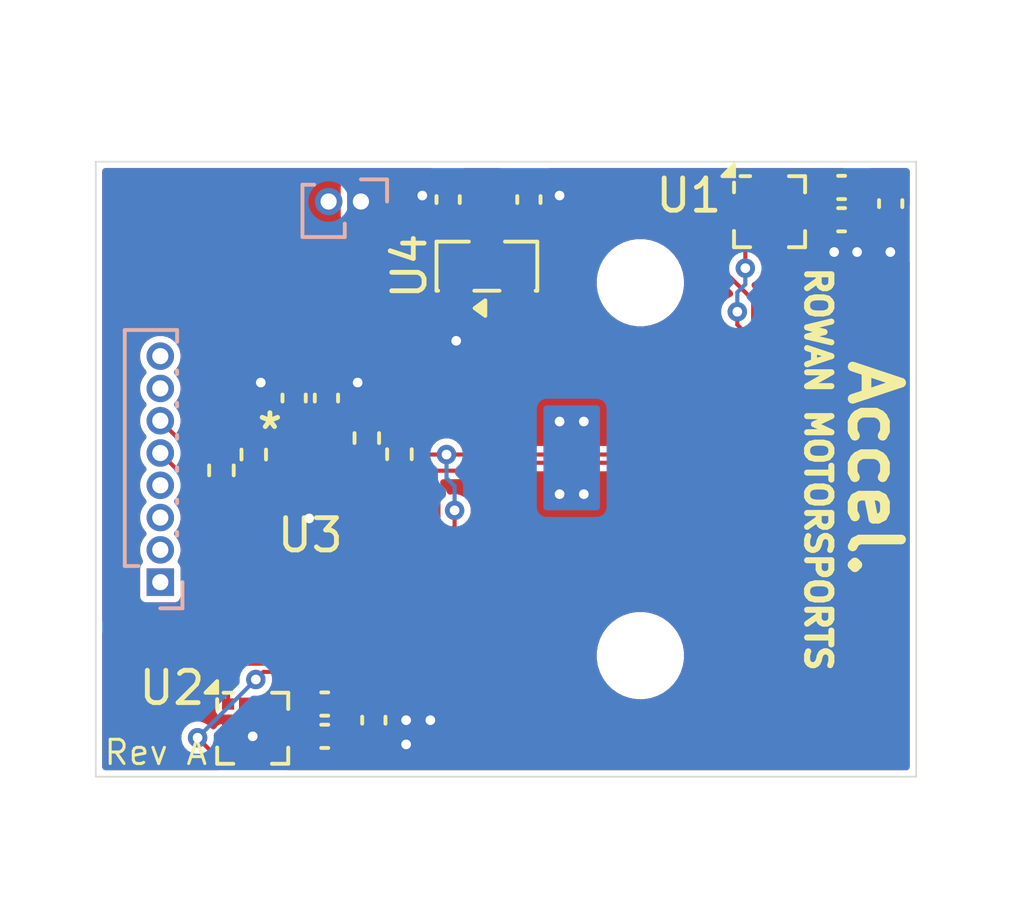
<source format=kicad_pcb>
(kicad_pcb (version 20241229) (generator "pcbnew") (generator_version "9.0")
  (layers (0 "F.Cu" signal) (2 "B.Cu" signal) (13 "F.Paste" user) (15 "B.Paste" user) (5 "F.SilkS" user "F.Silkscreen") (7 "B.SilkS" user "B.Silkscreen") (1 "F.Mask" user) (3 "B.Mask" user) (25 "Edge.Cuts" user))
  (net 0 "")
  (net 1 "+2V5")
  (net 2 "GND")
  (net 3 "+5V")
  (net 10 "/SDA_2V5")
  (net 11 "/SCL_2V5")
  (net 12 "/SDA_5V")
  (net 13 "/SCL_5V")
  (footprint "Capacitor_SMD:C_0402_1005Metric" (layer "F.Cu") (at 109.73 67.5)
    (property "Reference" "C3" (hide yes))
    (property "Value" "100n")
    (fp_line (start -0.107836 -0.36) (end 0.107836 -0.36) (stroke (width 0.12)) (layer "F.SilkS"))
    (fp_line (start -0.107836 0.36) (end 0.107836 0.36) (stroke (width 0.12)) (layer "F.SilkS"))
    (pad "1" smd roundrect (at -0.48 0) (size 0.56 0.62) (layers "F.Cu" "F.Mask" "F.Paste") (net 1 "+2V5"))
    (pad "2" smd roundrect (at 0.48 0) (size 0.56 0.62) (layers "F.Cu" "F.Mask" "F.Paste") (net 2 "GND"))
  )
  (footprint "Capacitor_SMD:C_0402_1005Metric" (layer "F.Cu") (at 95.25 84 -90)
    (property "Reference" "C5" (hide yes))
    (property "Value" "100n")
    (fp_line (start -0.107836 0.36) (end 0.107836 0.36) (stroke (width 0.12)) (layer "F.SilkS"))
    (fp_line (start -0.107836 -0.36) (end 0.107836 -0.36) (stroke (width 0.12)) (layer "F.SilkS"))
    (pad "1" smd roundrect (at -0.48 0 270) (size 0.56 0.62) (layers "F.Cu" "F.Mask" "F.Paste") (net 1 "+2V5"))
    (pad "2" smd roundrect (at 0.48 0 270) (size 0.56 0.62) (layers "F.Cu" "F.Mask" "F.Paste") (net 2 "GND"))
  )
  (footprint "Resistor_SMD:R_0402_1005Metric" (layer "F.Cu") (at 90.532201 76.262202 -90)
    (property "Reference" "R4" (hide yes))
    (property "Value" "4k7")
    (fp_line (start -0.153641 0.38) (end 0.153641 0.38) (stroke (width 0.12)) (layer "F.SilkS"))
    (fp_line (start -0.153641 -0.38) (end 0.153641 -0.38) (stroke (width 0.12)) (layer "F.SilkS"))
    (pad "1" smd roundrect (at -0.51 0 270) (size 0.54 0.64) (layers "F.Cu" "F.Mask" "F.Paste") (net 3 "+5V"))
    (pad "2" smd roundrect (at 0.51 0 270) (size 0.54 0.64) (layers "F.Cu" "F.Mask" "F.Paste") (net 13 "/SCL_5V"))
  )
  (footprint "MountingHole:MountingHole_2.2mm_M2" (layer "F.Cu") (at 103.5 70.45)
    (property "Reference" "REF**" (hide yes))
    (property "Value" "MountingHole_2.2mm_M2")
    (pad "" np_thru_hole circle (at 0 0) (size 2.2 2.2) (drill 2.2) (layers "*.Cu" "*.Mask"))
  )
  (footprint "Resistor_SMD:R_0402_1005Metric" (layer "F.Cu") (at 96.042201 75.762202 -90)
    (property "Reference" "R2" (hide yes))
    (property "Value" "4k7")
    (fp_line (start -0.153641 0.38) (end 0.153641 0.38) (stroke (width 0.12)) (layer "F.SilkS"))
    (fp_line (start -0.153641 -0.38) (end 0.153641 -0.38) (stroke (width 0.12)) (layer "F.SilkS"))
    (pad "1" smd roundrect (at -0.51 0 270) (size 0.54 0.64) (layers "F.Cu" "F.Mask" "F.Paste") (net 1 "+2V5"))
    (pad "2" smd roundrect (at 0.51 0 270) (size 0.54 0.64) (layers "F.Cu" "F.Mask" "F.Paste") (net 11 "/SCL_2V5"))
  )
  (footprint "Capacitor_SMD:C_0402_1005Metric" (layer "F.Cu") (at 100.05 67.875 90)
    (property "Reference" "C10" (hide yes))
    (property "Value" "1u")
    (fp_line (start -0.107836 -0.36) (end 0.107836 -0.36) (stroke (width 0.12)) (layer "F.SilkS"))
    (fp_line (start -0.107836 0.36) (end 0.107836 0.36) (stroke (width 0.12)) (layer "F.SilkS"))
    (pad "1" smd roundrect (at -0.48 0 90) (size 0.56 0.62) (layers "F.Cu" "F.Mask" "F.Paste") (net 1 "+2V5"))
    (pad "2" smd roundrect (at 0.48 0 90) (size 0.56 0.62) (layers "F.Cu" "F.Mask" "F.Paste") (net 2 "GND"))
  )
  (footprint "Capacitor_SMD:C_0402_1005Metric" (layer "F.Cu") (at 92.782201 74.022202 90)
    (property "Reference" "C7" (hide yes))
    (property "Value" "100n")
    (fp_line (start -0.107836 -0.36) (end 0.107836 -0.36) (stroke (width 0.12)) (layer "F.SilkS"))
    (fp_line (start -0.107836 0.36) (end 0.107836 0.36) (stroke (width 0.12)) (layer "F.SilkS"))
    (pad "1" smd roundrect (at -0.48 0 90) (size 0.56 0.62) (layers "F.Cu" "F.Mask" "F.Paste") (net 3 "+5V"))
    (pad "2" smd roundrect (at 0.48 0 90) (size 0.56 0.62) (layers "F.Cu" "F.Mask" "F.Paste") (net 2 "GND"))
  )
  (footprint "Resistor_SMD:R_0402_1005Metric" (layer "F.Cu") (at 95.032201 75.262202 -90)
    (property "Reference" "R1" (hide yes))
    (property "Value" "4k7")
    (fp_line (start -0.153641 0.38) (end 0.153641 0.38) (stroke (width 0.12)) (layer "F.SilkS"))
    (fp_line (start -0.153641 -0.38) (end 0.153641 -0.38) (stroke (width 0.12)) (layer "F.SilkS"))
    (pad "1" smd roundrect (at -0.51 0 270) (size 0.54 0.64) (layers "F.Cu" "F.Mask" "F.Paste") (net 1 "+2V5"))
    (pad "2" smd roundrect (at 0.51 0 270) (size 0.54 0.64) (layers "F.Cu" "F.Mask" "F.Paste") (net 10 "/SDA_2V5"))
  )
  (footprint "FXMA2102L8X:MICROPAK8_1P6X1P6_ONS" (layer "F.Cu") (at 93.25 76.272201)
    (property "Reference" "U3" (at 0.032201 2.000001 0) (layer "F.SilkS"))
    (property "Value" "FXMA2102L8X")
    (fp_text user "*" (at -1.217799 -1.249999 0) (layer "F.SilkS"))
    (pad "1" smd rect (at -0.532201 -0.499999 90) (size 0.254 0.3556) (layers "F.Cu" "F.Mask" "F.Paste") (net 3 "+5V"))
    (pad "2" smd rect (at -0.532201 0 90) (size 0.254 0.3556) (layers "F.Cu" "F.Mask" "F.Paste") (net 12 "/SDA_5V"))
    (pad "3" smd rect (at -0.532201 0.499999 90) (size 0.254 0.3556) (layers "F.Cu" "F.Mask" "F.Paste") (net 13 "/SCL_5V"))
    (pad "4" smd rect (at 0 0.522201) (size 0.254 0.3556) (layers "F.Cu" "F.Mask" "F.Paste") (net 2 "GND"))
    (pad "5" smd rect (at 0.532201 0.499999 90) (size 0.254 0.3556) (layers "F.Cu" "F.Mask" "F.Paste") (net 3 "+5V"))
    (pad "6" smd rect (at 0.532201 0 90) (size 0.254 0.3556) (layers "F.Cu" "F.Mask" "F.Paste") (net 11 "/SCL_2V5"))
    (pad "7" smd rect (at 0.532201 -0.499999 90) (size 0.254 0.3556) (layers "F.Cu" "F.Mask" "F.Paste") (net 10 "/SDA_2V5"))
    (pad "8" smd rect (at 0 -0.522201) (size 0.254 0.3556) (layers "F.Cu" "F.Mask" "F.Paste") (net 1 "+2V5"))
  )
  (footprint "Capacitor_SMD:C_0402_1005Metric" (layer "F.Cu") (at 111.25 68 -90)
    (property "Reference" "C1" (hide yes))
    (property "Value" "10u")
    (fp_line (start -0.107836 0.36) (end 0.107836 0.36) (stroke (width 0.12)) (layer "F.SilkS"))
    (fp_line (start -0.107836 -0.36) (end 0.107836 -0.36) (stroke (width 0.12)) (layer "F.SilkS"))
    (pad "1" smd roundrect (at -0.48 0 270) (size 0.56 0.62) (layers "F.Cu" "F.Mask" "F.Paste") (net 1 "+2V5"))
    (pad "2" smd roundrect (at 0.48 0 270) (size 0.56 0.62) (layers "F.Cu" "F.Mask" "F.Paste") (net 2 "GND"))
  )
  (footprint "" (layer "F.Cu") (at 103.5 70.45)
    (property "Reference" "" (at 0 0 0) (layer "F.SilkS") (effects (font (size 1.27 1.27))))
    (property "Value" "")
    (pad "" np_thru_hole circle (at 0 0) (size 2.2 2.2) (drill 2.2) (layers "*.Cu" "*.Mask"))
  )
  (footprint "Capacitor_SMD:C_0402_1005Metric" (layer "F.Cu") (at 93.73 83.5)
    (property "Reference" "C4" (hide yes))
    (property "Value" "10u")
    (fp_line (start -0.107836 -0.36) (end 0.107836 -0.36) (stroke (width 0.12)) (layer "F.SilkS"))
    (fp_line (start -0.107836 0.36) (end 0.107836 0.36) (stroke (width 0.12)) (layer "F.SilkS"))
    (pad "1" smd roundrect (at -0.48 0) (size 0.56 0.62) (layers "F.Cu" "F.Mask" "F.Paste") (net 1 "+2V5"))
    (pad "2" smd roundrect (at 0.48 0) (size 0.56 0.62) (layers "F.Cu" "F.Mask" "F.Paste") (net 2 "GND"))
  )
  (footprint "Capacitor_SMD:C_0402_1005Metric" (layer "F.Cu") (at 93.782201 74.022202 90)
    (property "Reference" "C8" (hide yes))
    (property "Value" "100n")
    (fp_line (start -0.107836 -0.36) (end 0.107836 -0.36) (stroke (width 0.12)) (layer "F.SilkS"))
    (fp_line (start -0.107836 0.36) (end 0.107836 0.36) (stroke (width 0.12)) (layer "F.SilkS"))
    (pad "1" smd roundrect (at -0.48 0 90) (size 0.56 0.62) (layers "F.Cu" "F.Mask" "F.Paste") (net 1 "+2V5"))
    (pad "2" smd roundrect (at 0.48 0 90) (size 0.56 0.62) (layers "F.Cu" "F.Mask" "F.Paste") (net 2 "GND"))
  )
  (footprint "Capacitor_SMD:C_0402_1005Metric" (layer "F.Cu") (at 109.73 68.5)
    (property "Reference" "C2" (hide yes))
    (property "Value" "100n")
    (fp_line (start -0.107836 -0.36) (end 0.107836 -0.36) (stroke (width 0.12)) (layer "F.SilkS"))
    (fp_line (start -0.107836 0.36) (end 0.107836 0.36) (stroke (width 0.12)) (layer "F.SilkS"))
    (pad "1" smd roundrect (at -0.48 0) (size 0.56 0.62) (layers "F.Cu" "F.Mask" "F.Paste") (net 1 "+2V5"))
    (pad "2" smd roundrect (at 0.48 0) (size 0.56 0.62) (layers "F.Cu" "F.Mask" "F.Paste") (net 2 "GND"))
  )
  (footprint "Resistor_SMD:R_0402_1005Metric" (layer "F.Cu") (at 91.532201 75.772202 -90)
    (property "Reference" "R3" (hide yes))
    (property "Value" "4k7")
    (fp_line (start -0.153641 0.38) (end 0.153641 0.38) (stroke (width 0.12)) (layer "F.SilkS"))
    (fp_line (start -0.153641 -0.38) (end 0.153641 -0.38) (stroke (width 0.12)) (layer "F.SilkS"))
    (pad "1" smd roundrect (at -0.51 0 270) (size 0.54 0.64) (layers "F.Cu" "F.Mask" "F.Paste") (net 3 "+5V"))
    (pad "2" smd roundrect (at 0.51 0 270) (size 0.54 0.64) (layers "F.Cu" "F.Mask" "F.Paste") (net 12 "/SDA_5V"))
  )
  (footprint "Package_LGA:LGA-12_2x2mm_P0.5mm" (layer "F.Cu") (at 107.5 68.25)
    (property "Reference" "U1" (at -2.5 -0.5 0) (layer "F.SilkS"))
    (property "Value" "LIS2HH12")
    (fp_line (start -1.1 -1.1) (end -1.1 -1.1) (stroke (width 0.12)) (layer "F.SilkS"))
    (fp_line (start -1.1 -0.6) (end -1.1 -0.9) (stroke (width 0.12)) (layer "F.SilkS"))
    (fp_line (start -1.1 0.6) (end -1.1 0.6) (stroke (width 0.12)) (layer "F.SilkS"))
    (fp_line (start -1.1 1.1) (end -1.1 0.6) (stroke (width 0.12)) (layer "F.SilkS"))
    (fp_line (start -0.6 -1.1) (end -0.9 -1.1) (stroke (width 0.12)) (layer "F.SilkS"))
    (fp_line (start -0.6 1.1) (end -1.1 1.1) (stroke (width 0.12)) (layer "F.SilkS"))
    (fp_line (start 0.6 -1.1) (end 1.1 -1.1) (stroke (width 0.12)) (layer "F.SilkS"))
    (fp_line (start 0.6 1.1) (end 0.6 1.1) (stroke (width 0.12)) (layer "F.SilkS"))
    (fp_line (start 1.1 -1.1) (end 1.1 -0.6) (stroke (width 0.12)) (layer "F.SilkS"))
    (fp_line (start 1.1 -0.6) (end 1.1 -0.6) (stroke (width 0.12)) (layer "F.SilkS"))
    (fp_line (start 1.1 0.6) (end 1.1 1.1) (stroke (width 0.12)) (layer "F.SilkS"))
    (fp_line (start 1.1 1.1) (end 0.6 1.1) (stroke (width 0.12)) (layer "F.SilkS"))
    (fp_poly (pts (xy -1.1 -1.1) (xy -1.46 -1.1) (xy -1.1 -1.46) (xy -1.1 -1.1)) (stroke (width 0.12)) (fill yes) (layer "F.SilkS"))
    (pad "1" smd rect (at -0.7625 -0.75) (size 0.375 0.35) (layers "F.Cu" "F.Mask" "F.Paste") (net 11 "/SCL_2V5"))
    (pad "2" smd rect (at -0.7625 -0.25) (size 0.375 0.35) (layers "F.Cu" "F.Mask" "F.Paste") (net 1 "+2V5"))
    (pad "3" smd rect (at -0.7625 0.25) (size 0.375 0.35) (layers "F.Cu" "F.Mask" "F.Paste") (net 1 "+2V5"))
    (pad "4" smd rect (at -0.7625 0.75) (size 0.375 0.35) (layers "F.Cu" "F.Mask" "F.Paste") (net 10 "/SDA_2V5"))
    (pad "5" smd rect (at -0.25 0.7625 90) (size 0.375 0.35) (layers "F.Cu" "F.Mask" "F.Paste") (net 2 "GND"))
    (pad "6" smd rect (at 0.25 0.7625 90) (size 0.375 0.35) (layers "F.Cu" "F.Mask" "F.Paste") (net 2 "GND"))
    (pad "7" smd rect (at 0.7625 0.75) (size 0.375 0.35) (layers "F.Cu" "F.Mask" "F.Paste") (net 2 "GND"))
    (pad "8" smd rect (at 0.7625 0.25) (size 0.375 0.35) (layers "F.Cu" "F.Mask" "F.Paste") (net 2 "GND"))
    (pad "9" smd rect (at 0.7625 -0.25) (size 0.375 0.35) (layers "F.Cu" "F.Mask" "F.Paste") (net 1 "+2V5"))
    (pad "10" smd rect (at 0.7625 -0.75) (size 0.375 0.35) (layers "F.Cu" "F.Mask" "F.Paste") (net 1 "+2V5"))
    (pad "11" smd rect (at 0.25 -0.7625 90) (size 0.375 0.35) (layers "F.Cu" "F.Mask" "F.Paste"))
    (pad "12" smd rect (at -0.25 -0.7625 90) (size 0.375 0.35) (layers "F.Cu" "F.Mask" "F.Paste"))
  )
  (footprint "MountingHole:MountingHole_2.2mm_M2" (layer "F.Cu") (at 103.5 82)
    (property "Reference" "REF**" (hide yes))
    (property "Value" "MountingHole_2.2mm_M2")
    (pad "" np_thru_hole circle (at 0 0) (size 2.2 2.2) (drill 2.2) (layers "*.Cu" "*.Mask"))
  )
  (footprint "Package_TO_SOT_SMD:SOT-23" (layer "F.Cu") (at 98.75 69.9375 90)
    (property "Reference" "U4" (at 0 -2.4 90) (layer "F.SilkS"))
    (property "Value" "MCP1700T-2502E/TT")
    (fp_line (start 0.76 -1.56) (end 0.76 -0.56) (stroke (width 0.12)) (layer "F.SilkS"))
    (fp_line (start -0.76 -1.56) (end 0.76 -1.56) (stroke (width 0.12)) (layer "F.SilkS"))
    (fp_line (start -0.76 -1.51) (end -0.76 -1.56) (stroke (width 0.12)) (layer "F.SilkS"))
    (fp_line (start -0.76 0.39) (end -0.76 -0.39) (stroke (width 0.12)) (layer "F.SilkS"))
    (fp_line (start 0.76 0.56) (end 0.76 1.56) (stroke (width 0.12)) (layer "F.SilkS"))
    (fp_line (start 0.76 1.56) (end -0.76 1.56) (stroke (width 0.12)) (layer "F.SilkS"))
    (fp_line (start -0.76 1.56) (end -0.76 1.51) (stroke (width 0.12)) (layer "F.SilkS"))
    (fp_poly (pts (xy -1.3 -0.38) (xy -1.06 -0.05) (xy -1.54 -0.05)) (stroke (width 0.12)) (fill yes) (layer "F.SilkS"))
    (pad "1" smd roundrect (at -0.9375 -0.95 90) (size 1.475 0.6) (layers "F.Cu" "F.Mask" "F.Paste") (net 2 "GND"))
    (pad "2" smd roundrect (at -0.9375 0.95 90) (size 1.475 0.6) (layers "F.Cu" "F.Mask" "F.Paste") (net 1 "+2V5"))
    (pad "3" smd roundrect (at 0.9375 0 90) (size 1.475 0.6) (layers "F.Cu" "F.Mask" "F.Paste") (net 3 "+5V"))
  )
  (footprint "Package_LGA:LGA-12_2x2mm_P0.5mm" (layer "F.Cu") (at 91.5 84.25)
    (property "Reference" "U2" (at -2.5 -1.25 0) (layer "F.SilkS"))
    (property "Value" "LIS2HH12")
    (fp_line (start -1.1 -1.1) (end -1.1 -1.1) (stroke (width 0.12)) (layer "F.SilkS"))
    (fp_line (start -1.1 -0.6) (end -1.1 -0.9) (stroke (width 0.12)) (layer "F.SilkS"))
    (fp_line (start -1.1 0.6) (end -1.1 0.6) (stroke (width 0.12)) (layer "F.SilkS"))
    (fp_line (start -1.1 1.1) (end -1.1 0.6) (stroke (width 0.12)) (layer "F.SilkS"))
    (fp_line (start -0.6 -1.1) (end -0.9 -1.1) (stroke (width 0.12)) (layer "F.SilkS"))
    (fp_line (start -0.6 1.1) (end -1.1 1.1) (stroke (width 0.12)) (layer "F.SilkS"))
    (fp_line (start 0.6 -1.1) (end 1.1 -1.1) (stroke (width 0.12)) (layer "F.SilkS"))
    (fp_line (start 0.6 1.1) (end 0.6 1.1) (stroke (width 0.12)) (layer "F.SilkS"))
    (fp_line (start 1.1 -1.1) (end 1.1 -0.6) (stroke (width 0.12)) (layer "F.SilkS"))
    (fp_line (start 1.1 -0.6) (end 1.1 -0.6) (stroke (width 0.12)) (layer "F.SilkS"))
    (fp_line (start 1.1 0.6) (end 1.1 1.1) (stroke (width 0.12)) (layer "F.SilkS"))
    (fp_line (start 1.1 1.1) (end 0.6 1.1) (stroke (width 0.12)) (layer "F.SilkS"))
    (fp_poly (pts (xy -1.1 -1.1) (xy -1.46 -1.1) (xy -1.1 -1.46) (xy -1.1 -1.1)) (stroke (width 0.12)) (fill yes) (layer "F.SilkS"))
    (pad "1" smd rect (at -0.7625 -0.75) (size 0.375 0.35) (layers "F.Cu" "F.Mask" "F.Paste") (net 11 "/SCL_2V5"))
    (pad "2" smd rect (at -0.7625 -0.25) (size 0.375 0.35) (layers "F.Cu" "F.Mask" "F.Paste") (net 1 "+2V5"))
    (pad "3" smd rect (at -0.7625 0.25) (size 0.375 0.35) (layers "F.Cu" "F.Mask" "F.Paste") (net 2 "GND"))
    (pad "4" smd rect (at -0.7625 0.75) (size 0.375 0.35) (layers "F.Cu" "F.Mask" "F.Paste") (net 10 "/SDA_2V5"))
    (pad "5" smd rect (at -0.25 0.7625 90) (size 0.375 0.35) (layers "F.Cu" "F.Mask" "F.Paste") (net 2 "GND"))
    (pad "6" smd rect (at 0.25 0.7625 90) (size 0.375 0.35) (layers "F.Cu" "F.Mask" "F.Paste") (net 2 "GND"))
    (pad "7" smd rect (at 0.7625 0.75) (size 0.375 0.35) (layers "F.Cu" "F.Mask" "F.Paste") (net 2 "GND"))
    (pad "8" smd rect (at 0.7625 0.25) (size 0.375 0.35) (layers "F.Cu" "F.Mask" "F.Paste") (net 2 "GND"))
    (pad "9" smd rect (at 0.7625 -0.25) (size 0.375 0.35) (layers "F.Cu" "F.Mask" "F.Paste") (net 1 "+2V5"))
    (pad "10" smd rect (at 0.7625 -0.75) (size 0.375 0.35) (layers "F.Cu" "F.Mask" "F.Paste") (net 1 "+2V5"))
    (pad "11" smd rect (at 0.25 -0.7625 90) (size 0.375 0.35) (layers "F.Cu" "F.Mask" "F.Paste"))
    (pad "12" smd rect (at -0.25 -0.7625 90) (size 0.375 0.35) (layers "F.Cu" "F.Mask" "F.Paste"))
  )
  (footprint "Capacitor_SMD:C_0402_1005Metric" (layer "F.Cu") (at 93.73 84.5)
    (property "Reference" "C6" (hide yes))
    (property "Value" "100n")
    (fp_line (start -0.107836 -0.36) (end 0.107836 -0.36) (stroke (width 0.12)) (layer "F.SilkS"))
    (fp_line (start -0.107836 0.36) (end 0.107836 0.36) (stroke (width 0.12)) (layer "F.SilkS"))
    (pad "1" smd roundrect (at -0.48 0) (size 0.56 0.62) (layers "F.Cu" "F.Mask" "F.Paste") (net 1 "+2V5"))
    (pad "2" smd roundrect (at 0.48 0) (size 0.56 0.62) (layers "F.Cu" "F.Mask" "F.Paste") (net 2 "GND"))
  )
  (footprint "Capacitor_SMD:C_0402_1005Metric" (layer "F.Cu") (at 97.55 67.875 90)
    (property "Reference" "C9" (hide yes))
    (property "Value" "1u")
    (fp_line (start -0.107836 -0.36) (end 0.107836 -0.36) (stroke (width 0.12)) (layer "F.SilkS"))
    (fp_line (start -0.107836 0.36) (end 0.107836 0.36) (stroke (width 0.12)) (layer "F.SilkS"))
    (pad "1" smd roundrect (at -0.48 0 90) (size 0.56 0.62) (layers "F.Cu" "F.Mask" "F.Paste") (net 3 "+5V"))
    (pad "2" smd roundrect (at 0.48 0 90) (size 0.56 0.62) (layers "F.Cu" "F.Mask" "F.Paste") (net 2 "GND"))
  )
  (footprint "Connector_PinSocket_1.00mm:PinSocket_1x02_P1.00mm_Vertical" (layer "B.Cu") (at 94.85 67.935 90)
    (property "Reference" "J2" (hide yes))
    (property "Value" "Conn_01x02")
    (fp_line (start -1.1 -1.81) (end 0.52 -1.81) (stroke (width 0.12)) (layer "B.SilkS"))
    (fp_line (start 0.52 -1.445898) (end 0.52 -1.81) (stroke (width 0.12)) (layer "B.SilkS"))
    (fp_line (start -1.1 -0.5) (end -1.1 -1.81) (stroke (width 0.12)) (layer "B.SilkS"))
    (fp_line (start -1.1 -0.5) (end -0.685 -0.5) (stroke (width 0.12)) (layer "B.SilkS"))
    (fp_line (start 0.685 0.81) (end 0.685 0) (stroke (width 0.12)) (layer "B.SilkS"))
    (fp_line (start 0 0.81) (end 0.685 0.81) (stroke (width 0.12)) (layer "B.SilkS"))
    (pad "1" thru_hole rect (at 0 0 90) (size 0.85 0.85) (drill 0.5) (layers "*.Cu" "*.Mask") (net 2 "GND"))
    (pad "2" thru_hole circle (at 0 -1 90) (size 0.85 0.85) (drill 0.5) (layers "*.Cu" "*.Mask") (net 3 "+5V"))
  )
  (footprint "Connector_PinSocket_1.00mm:PinSocket_1x08_P1.00mm_Vertical" (layer "B.Cu") (at 88.64 79.725)
    (property "Reference" "J1" (hide yes))
    (property "Value" "Conn_01x08")
    (fp_line (start -1.1 -7.81) (end 0.52 -7.81) (stroke (width 0.12)) (layer "B.SilkS"))
    (fp_line (start -1.1 -0.5) (end -1.1 -7.81) (stroke (width 0.12)) (layer "B.SilkS"))
    (fp_line (start -1.1 -0.5) (end -0.685 -0.5) (stroke (width 0.12)) (layer "B.SilkS"))
    (fp_line (start 0 0.81) (end 0.685 0.81) (stroke (width 0.12)) (layer "B.SilkS"))
    (fp_line (start 0.52 -7.445898) (end 0.52 -7.81) (stroke (width 0.12)) (layer "B.SilkS"))
    (fp_line (start 0.52 -6.445898) (end 0.52 -6.554102) (stroke (width 0.12)) (layer "B.SilkS"))
    (fp_line (start 0.52 -5.445898) (end 0.52 -5.554102) (stroke (width 0.12)) (layer "B.SilkS"))
    (fp_line (start 0.52 -4.445898) (end 0.52 -4.554102) (stroke (width 0.12)) (layer "B.SilkS"))
    (fp_line (start 0.52 -3.445898) (end 0.52 -3.554102) (stroke (width 0.12)) (layer "B.SilkS"))
    (fp_line (start 0.52 -2.445898) (end 0.52 -2.554102) (stroke (width 0.12)) (layer "B.SilkS"))
    (fp_line (start 0.52 -1.445898) (end 0.52 -1.554102) (stroke (width 0.12)) (layer "B.SilkS"))
    (fp_line (start 0.685 0.81) (end 0.685 0) (stroke (width 0.12)) (layer "B.SilkS"))
    (pad "1" thru_hole rect (at 0 0) (size 0.85 0.85) (drill 0.5) (layers "*.Cu" "*.Mask"))
    (pad "2" thru_hole circle (at 0 -1) (size 0.85 0.85) (drill 0.5) (layers "*.Cu" "*.Mask"))
    (pad "3" thru_hole circle (at 0 -2) (size 0.85 0.85) (drill 0.5) (layers "*.Cu" "*.Mask"))
    (pad "4" thru_hole circle (at 0 -3) (size 0.85 0.85) (drill 0.5) (layers "*.Cu" "*.Mask"))
    (pad "5" thru_hole circle (at 0 -4) (size 0.85 0.85) (drill 0.5) (layers "*.Cu" "*.Mask") (net 13 "/SCL_5V"))
    (pad "6" thru_hole circle (at 0 -5) (size 0.85 0.85) (drill 0.5) (layers "*.Cu" "*.Mask") (net 12 "/SDA_5V"))
    (pad "7" thru_hole circle (at 0 -6) (size 0.85 0.85) (drill 0.5) (layers "*.Cu" "*.Mask"))
    (pad "8" thru_hole circle (at 0 -7) (size 0.85 0.85) (drill 0.5) (layers "*.Cu" "*.Mask"))
  )
  (gr_rect (start 86.64 66.7) (end 112.04 85.75) (stroke (width 0.05)) (fill no) (layer "Edge.Cuts"))
  (gr_text "Rev A" (at 88.5 85 0) (layer "F.SilkS") (effects (font (size 0.75 0.75) (thickness 0.09375))))
  (gr_text "Accel." (at 110.75 76.225 270) (layer "F.SilkS") (effects (font (size 1.5 1.5) (thickness 0.3) (bold yes))))
  (gr_text "ROWAN MOTORSPORTS" (at 109 76.225 270) (layer "F.SilkS") (effects (font (size 0.75 0.75) (thickness 0.1875) (bold yes))))
  (segment (start 92.2625 84) (end 90.7375 84) (width 0.127) (layer "F.Cu") (net 1))
  (via (at 101 74.75) (size 0.6) (drill 0.3) (layers "F.Cu" "B.Cu") (net 1))
  (via (at 101.75 74.75) (size 0.6) (drill 0.3) (layers "F.Cu" "B.Cu") (net 1))
  (via (at 101.75 77) (size 0.6) (drill 0.3) (layers "F.Cu" "B.Cu") (net 1))
  (via (at 101 77) (size 0.6) (drill 0.3) (layers "F.Cu" "B.Cu") (net 1))
  (segment (start 111.24 68.49) (end 111.25 68.48) (width 0.127) (layer "F.Cu") (net 2))
  (segment (start 111.24 69.5) (end 111.24 68.49) (width 0.2) (layer "F.Cu") (net 2))
  (segment (start 95.73 84) (end 95.25 84.48) (width 0.2) (layer "F.Cu") (net 2))
  (segment (start 93.25 77.75) (end 93.25 76.794402) (width 0.2) (layer "F.Cu") (net 2))
  (segment (start 91.5 84.7625) (end 91.75 85.0125) (width 0.2) (layer "F.Cu") (net 2))
  (segment (start 95.25 84.48) (end 94.23 84.48) (width 0.2) (layer "F.Cu") (net 2))
  (segment (start 97.8 72.25) (end 97.8 70.875) (width 0.2) (layer "F.Cu") (net 2))
  (segment (start 96.25 84) (end 95.73 84) (width 0.2) (layer "F.Cu") (net 2))
  (segment (start 97.105 67.395) (end 96.75 67.75) (width 0.2) (layer "F.Cu") (net 2))
  (segment (start 91.75 73.542202) (end 92.782201 73.542202) (width 0.2) (layer "F.Cu") (net 2))
  (segment (start 96.25 84) (end 97 84) (width 0.2) (layer "F.Cu") (net 2))
  (segment (start 94.75 73.542202) (end 93.782201 73.542202) (width 0.2) (layer "F.Cu") (net 2))
  (segment (start 100.05 67.395) (end 100.645 67.395) (width 0.2) (layer "F.Cu") (net 2))
  (segment (start 94.23 84.48) (end 94.21 84.5) (width 0.2) (layer "F.Cu") (net 2))
  (segment (start 92.2625 85) (end 92.2625 84.5) (width 0.2) (layer "F.Cu") (net 2))
  (segment (start 97.55 67.395) (end 97.105 67.395) (width 0.2) (layer "F.Cu") (net 2))
  (segment (start 96.25 84) (end 96.25 84.75) (width 0.2) (layer "F.Cu") (net 2))
  (segment (start 91.5 84.5) (end 91.5 84.7625) (width 0.2) (layer "F.Cu") (net 2))
  (segment (start 110.21 68.5) (end 110.21 67.5) (width 0.2) (layer "F.Cu") (net 2))
  (segment (start 94.21 84.5) (end 94.21 83.5) (width 0.2) (layer "F.Cu") (net 2))
  (segment (start 92.2625 84.5) (end 91.5 84.5) (width 0.2) (layer "F.Cu") (net 2))
  (segment (start 100.645 67.395) (end 101 67.75) (width 0.2) (layer "F.Cu") (net 2))
  (segment (start 110.21 69.5) (end 110.21 68.5) (width 0.2) (layer "F.Cu") (net 2))
  (segment (start 91.5 84.7625) (end 91.25 85.0125) (width 0.2) (layer "F.Cu") (net 2))
  (segment (start 110.21 69.5) (end 109.5 69.5) (width 0.2) (layer "F.Cu") (net 2))
  (segment (start 91.5 84.5) (end 90.7375 84.5) (width 0.2) (layer "F.Cu") (net 2))
  (via (at 94.75 73.542202) (size 0.6) (drill 0.3) (layers "F.Cu" "B.Cu") (net 2))
  (via (at 101 67.75) (size 0.6) (drill 0.3) (layers "F.Cu" "B.Cu") (net 2))
  (via (at 97 84) (size 0.6) (drill 0.3) (layers "F.Cu" "B.Cu") (net 2))
  (via (at 97.8 72.25) (size 0.6) (drill 0.3) (layers "F.Cu" "B.Cu") (net 2))
  (via (at 96.75 67.75) (size 0.6) (drill 0.3) (layers "F.Cu" "B.Cu") (net 2))
  (via (at 96.25 84.75) (size 0.6) (drill 0.3) (layers "F.Cu" "B.Cu") (net 2))
  (via (at 91.5 84.5) (size 0.6) (drill 0.3) (layers "F.Cu" "B.Cu") (net 2))
  (via (at 109.5 69.5) (size 0.6) (drill 0.3) (layers "F.Cu" "B.Cu") (net 2))
  (via (at 93.25 77.75) (size 0.6) (drill 0.3) (layers "F.Cu" "B.Cu") (net 2))
  (via (at 110.21 69.5) (size 0.6) (drill 0.3) (layers "F.Cu" "B.Cu") (net 2))
  (via (at 91.75 73.542202) (size 0.6) (drill 0.3) (layers "F.Cu" "B.Cu") (net 2))
  (via (at 96.25 84) (size 0.6) (drill 0.3) (layers "F.Cu" "B.Cu") (net 2))
  (via (at 111.24 69.5) (size 0.6) (drill 0.3) (layers "F.Cu" "B.Cu") (net 2))
  (segment (start 93.195086 78.5) (end 92.5 78.5) (width 0.127) (layer "F.Cu") (net 3))
  (segment (start 93.782201 76.7722) (end 93.782201 77.912885) (width 0.127) (layer "F.Cu") (net 3))
  (segment (start 93.782201 77.912885) (end 93.195086 78.5) (width 0.127) (layer "F.Cu") (net 3))
  (segment (start 90.25 85) (end 89.793668 84.543668) (width 0.127) (layer "F.Cu") (net 10))
  (segment (start 97.505 78.245) (end 97.505 78.5) (width 0.127) (layer "F.Cu") (net 10))
  (segment (start 90.7375 85) (end 90.25 85) (width 0.127) (layer "F.Cu") (net 10))
  (segment (start 106.7375 75.2625) (end 106.227798 75.772202) (width 0.127) (layer "F.Cu") (net 10))
  (segment (start 106.502 71.349581) (end 106.502 71.752) (width 0.127) (layer "F.Cu") (net 10))
  (segment (start 91.832336 82.505) (end 91.596836 82.7405) (width 0.127) (layer "F.Cu") (net 10))
  (segment (start 97.75 78) (end 97.505 78.245) (width 0.127) (layer "F.Cu") (net 10))
  (segment (start 97.504999 81.855625) (end 96.855624 82.505) (width 0.127) (layer "F.Cu") (net 10))
  (segment (start 97.505 78.5) (end 97.504999 78.500001) (width 0.127) (layer "F.Cu") (net 10))
  (segment (start 106.75 70) (end 106.75 69.0125) (width 0.127) (layer "F.Cu") (net 10))
  (segment (start 96.882826 75.772202) (end 96.75 75.772202) (width 0.127) (layer "F.Cu") (net 10))
  (segment (start 97.75 77.5) (end 97.75 78) (width 0.127) (layer "F.Cu") (net 10))
  (segment (start 97.504999 78.500001) (end 97.504999 81.855625) (width 0.127) (layer "F.Cu") (net 10))
  (segment (start 106.502 71.752) (end 106.7375 71.9875) (width 0.127) (layer "F.Cu") (net 10))
  (segment (start 106.7375 71.9875) (end 106.7375 75.2625) (width 0.127) (layer "F.Cu") (net 10))
  (segment (start 95.032201 75.772202) (end 96.75 75.772202) (width 0.127) (layer "F.Cu") (net 10))
  (segment (start 96.75 75.772202) (end 97.5 75.772202) (width 0.127) (layer "F.Cu") (net 10))
  (segment (start 106.75 69.0125) (end 106.7375 69) (width 0.127) (layer "F.Cu") (net 10))
  (segment (start 106.227798 75.772202) (end 97.5 75.772202) (width 0.127) (layer "F.Cu") (net 10))
  (segment (start 96.855624 82.505) (end 91.832336 82.505) (width 0.127) (layer "F.Cu") (net 10))
  (segment (start 93.782201 75.772202) (end 95.032201 75.772202) (width 0.127) (layer "F.Cu") (net 10))
  (via (at 89.793668 84.543668) (size 0.6) (drill 0.3) (layers "F.Cu" "B.Cu") (net 10))
  (via (at 91.596836 82.7405) (size 0.6) (drill 0.3) (layers "F.Cu" "B.Cu") (net 10))
  (via (at 106.75 70) (size 0.6) (drill 0.3) (layers "F.Cu" "B.Cu") (net 10))
  (via (at 97.5 75.772202) (size 0.6) (drill 0.3) (layers "F.Cu" "B.Cu") (net 10))
  (via (at 97.75 77.5) (size 0.6) (drill 0.3) (layers "F.Cu" "B.Cu") (net 10))
  (via (at 106.502 71.349581) (size 0.6) (drill 0.3) (layers "F.Cu" "B.Cu") (net 10))
  (segment (start 106.75 70.5) (end 106.502 70.748) (width 0.127) (layer "B.Cu") (net 10))
  (segment (start 97.5 76.5) (end 97.5 75.772202) (width 0.127) (layer "B.Cu") (net 10))
  (segment (start 89.793668 84.543668) (end 91.596836 82.7405) (width 0.127) (layer "B.Cu") (net 10))
  (segment (start 106.502 70.748) (end 106.502 71.349581) (width 0.127) (layer "B.Cu") (net 10))
  (segment (start 106.75 70.5) (end 106.75 70) (width 0.127) (layer "B.Cu") (net 10))
  (segment (start 97.75 76.75) (end 97.5 76.5) (width 0.127) (layer "B.Cu") (net 10))
  (segment (start 97.75 77.5) (end 97.75 76.75) (width 0.127) (layer "B.Cu") (net 10))
  (segment (start 106 67.923) (end 106.423 67.5) (width 0.127) (layer "F.Cu") (net 11))
  (segment (start 106.423 67.5) (end 106.7375 67.5) (width 0.127) (layer "F.Cu") (net 11))
  (segment (start 106.9925 75.368124) (end 106.9925 70.9925) (width 0.127) (layer "F.Cu") (net 11))
  (segment (start 106.9925 70.9925) (end 106 70) (width 0.127) (layer "F.Cu") (net 11))
  (segment (start 96.75 82.25) (end 91.25 82.25) (width 0.127) (layer "F.Cu") (net 11))
  (segment (start 96.522202 76.272202) (end 97.25 77) (width 0.127) (layer "F.Cu") (net 11))
  (segment (start 90.7375 82.7625) (end 90.7375 83.5) (width 0.127) (layer "F.Cu") (net 11))
  (segment (start 106 70) (end 106 67.923) (width 0.127) (layer "F.Cu") (net 11))
  (segment (start 93.782201 76.272201) (end 96.042201 76.272202) (width 0.127) (layer "F.Cu") (net 11))
  (segment (start 97.25 77) (end 97.25 81.75) (width 0.127) (layer "F.Cu") (net 11))
  (segment (start 96.042201 76.272202) (end 96.522202 76.272202) (width 0.127) (layer "F.Cu") (net 11))
  (segment (start 98.25 76.027202) (end 106.333423 76.027201) (width 0.127) (layer "F.Cu") (net 11))
  (segment (start 97.25 81.75) (end 96.75 82.25) (width 0.127) (layer "F.Cu") (net 11))
  (segment (start 98.005 76.272202) (end 98.25 76.027202) (width 0.127) (layer "F.Cu") (net 11))
  (segment (start 96.522202 76.272202) (end 98.005 76.272202) (width 0.127) (layer "F.Cu") (net 11))
  (segment (start 91.25 82.25) (end 90.7375 82.7625) (width 0.127) (layer "F.Cu") (net 11))
  (segment (start 106.333423 76.027201) (end 106.9925 75.368124) (width 0.127) (layer "F.Cu") (net 11))
  (segment (start 91.532201 76.282202) (end 90.197202 76.282202) (width 0.127) (layer "F.Cu") (net 12))
  (segment (start 92.717799 76.272201) (end 91.542202 76.272201) (width 0.127) (layer "F.Cu") (net 12))
  (segment (start 90.197202 76.282202) (end 88.64 74.725) (width 0.127) (layer "F.Cu") (net 12))
  (segment (start 91.542202 76.272201) (end 91.532201 76.282202) (width 0.127) (layer "F.Cu") (net 12))
  (segment (start 89.687202 76.772202) (end 88.64 75.725) (width 0.127) (layer "F.Cu") (net 13))
  (segment (start 92.717797 76.772202) (end 92.717799 76.7722) (width 0.127) (layer "F.Cu") (net 13))
  (segment (start 90.532201 76.772202) (end 89.687202 76.772202) (width 0.127) (layer "F.Cu") (net 13))
  (segment (start 90.532201 76.772202) (end 92.717797 76.772202) (width 0.127) (layer "F.Cu") (net 13))
  (zone (net 1) (net_name "+2V5") (layer "F.Cu") (connect_pads yes (clearance 0.2)) (min_thickness 0.2) (fill yes (thermal_gap 0.5) (thermal_bridge_width 0.5))
    (polygon (pts (xy 86 66.25) (xy 112.5 66.25) (xy 112.5 86.25) (xy 86 86.25)))
  )
  (zone (net 3) (net_name "+5V") (layer "F.Cu") (priority 2) (connect_pads yes (clearance 0.2)) (min_thickness 0.2) (fill yes (thermal_gap 0.5) (thermal_bridge_width 0.5))
    (polygon (pts (xy 86.25 66.5) (xy 99.25 66.5) (xy 99.25 70) (xy 93.25 70) (xy 93.25 75) (xy 93 75) (xy 93 81) (xy 86.25 81)))
  )
  (zone (net 1) (net_name "+2V5") (layer "B.Cu") (priority 3) (connect_pads yes (clearance 0.2)) (min_thickness 0.2) (fill yes (thermal_gap 0.5) (thermal_bridge_width 0.5))
    (polygon (pts (xy 100.5 74.25) (xy 100.5 77.5) (xy 102.25 77.5) (xy 102.25 74.25)))
  )
  (zone (net 2) (net_name "GND") (layer "B.Cu") (priority 1) (connect_pads yes (clearance 0.2)) (min_thickness 0.2) (fill yes (thermal_gap 0.5) (thermal_bridge_width 0.5))
    (polygon (pts (xy 85.75 66) (xy 112.75 66) (xy 112.75 86.5) (xy 85.75 86.5)))
  )
)
</source>
